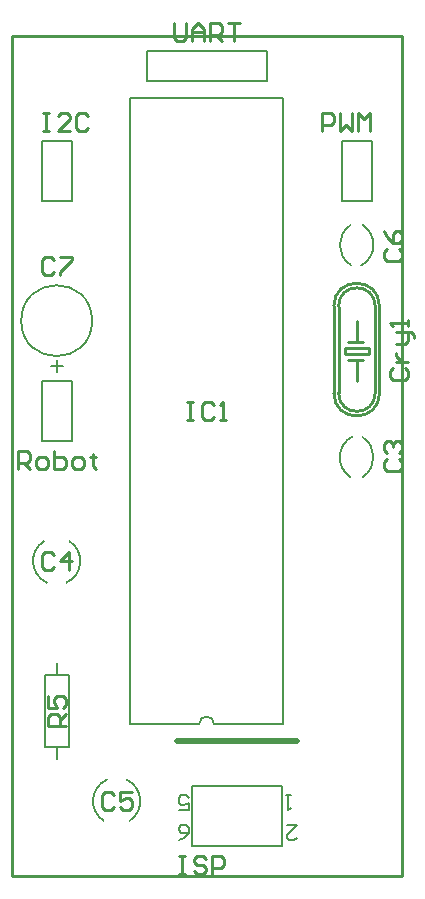
<source format=gto>
%FSLAX25Y25*%
%MOIN*%
G70*
G01*
G75*
G04 Layer_Color=65535*
%ADD10C,0.02000*%
%ADD11P,0.07577X8X202.5*%
G04:AMPARAMS|DCode=12|XSize=60mil|YSize=100mil|CornerRadius=0mil|HoleSize=0mil|Usage=FLASHONLY|Rotation=270.000|XOffset=0mil|YOffset=0mil|HoleType=Round|Shape=Octagon|*
%AMOCTAGOND12*
4,1,8,0.05000,0.01500,0.05000,-0.01500,0.03500,-0.03000,-0.03500,-0.03000,-0.05000,-0.01500,-0.05000,0.01500,-0.03500,0.03000,0.03500,0.03000,0.05000,0.01500,0.0*
%
%ADD12OCTAGOND12*%

%ADD13P,0.07577X8X112.5*%
G04:AMPARAMS|DCode=14|XSize=100mil|YSize=60mil|CornerRadius=0mil|HoleSize=0mil|Usage=FLASHONLY|Rotation=180.000|XOffset=0mil|YOffset=0mil|HoleType=Round|Shape=Octagon|*
%AMOCTAGOND14*
4,1,8,-0.05000,0.01500,-0.05000,-0.01500,-0.03500,-0.03000,0.03500,-0.03000,0.05000,-0.01500,0.05000,0.01500,0.03500,0.03000,-0.03500,0.03000,-0.05000,0.01500,0.0*
%
%ADD14OCTAGOND14*%

%ADD15C,0.19000*%
%ADD16C,0.08000*%
%ADD17C,0.00787*%
%ADD18C,0.01000*%
%ADD19C,0.00591*%
%ADD20C,0.00800*%
D10*
X870000Y300000D02*
X910000D01*
D17*
X833274Y352839D02*
G03*
X834232Y366640I-3274J7161D01*
G01*
X825768D02*
G03*
X826726Y352839I4232J-6640D01*
G01*
X882500Y305669D02*
G03*
X877500Y305669I-2500J0D01*
G01*
X841811Y440126D02*
G03*
X841811Y440126I-11811J0D01*
G01*
X928000Y472000D02*
G03*
X928098Y458659I4232J-6640D01*
G01*
X931500Y458500D02*
G03*
X931969Y472056I-3763J6917D01*
G01*
X932000Y388000D02*
G03*
X931902Y401341I-4232J6640D01*
G01*
X928500Y401500D02*
G03*
X928031Y387944I3763J-6917D01*
G01*
X846726Y287161D02*
G03*
X845768Y273360I3274J-7161D01*
G01*
X854232D02*
G03*
X853274Y287161I-4232J6640D01*
G01*
X860000Y520000D02*
Y530000D01*
X900000D01*
X860000Y520000D02*
X900000D01*
Y530000D01*
X925000Y480000D02*
Y500000D01*
Y480000D02*
X935000D01*
Y500000D01*
X925000D02*
X935000D01*
X825000Y480000D02*
Y500000D01*
Y480000D02*
X835000D01*
Y500000D01*
X825000D02*
X835000D01*
X882500Y305669D02*
X905394D01*
X854606D02*
X877500D01*
X854606Y514331D02*
X905394D01*
Y305669D02*
Y514331D01*
X854606Y305669D02*
Y514331D01*
X835000Y400000D02*
Y420000D01*
X825000D02*
X835000D01*
X825000Y400000D02*
Y420000D01*
Y400000D02*
X835000D01*
X830000Y322000D02*
Y326000D01*
Y294000D02*
Y298000D01*
X834000D02*
Y322000D01*
X826000D02*
X834000D01*
X826000Y298000D02*
Y322000D01*
Y298000D02*
X834000D01*
X875000Y285000D02*
X894167D01*
X875000D02*
X905000D01*
X875000Y265000D02*
X905000D01*
Y285000D01*
X875000Y265000D02*
Y285000D01*
D18*
X924000Y416000D02*
G03*
X936166Y416000I6083J0D01*
G01*
Y445000D02*
G03*
X924000Y445000I-6083J0D01*
G01*
X922384Y416000D02*
G03*
X937616Y416000I7616J0D01*
G01*
Y445000D02*
G03*
X922384Y445000I-7616J0D01*
G01*
X924000Y416000D02*
Y444662D01*
X936166Y416000D02*
Y445000D01*
X922384Y416000D02*
Y445000D01*
X937616Y416000D02*
Y445000D01*
X926000Y429000D02*
X934000D01*
Y431000D01*
X926000D02*
X934000D01*
X926000Y429000D02*
Y431000D01*
X927000Y427000D02*
X932000D01*
X927000Y433000D02*
X932000D01*
X930000Y420000D02*
Y427000D01*
Y433000D02*
Y440000D01*
X815000Y255000D02*
X945000D01*
Y535000D01*
X815000D02*
X945000D01*
X815000Y255000D02*
Y535000D01*
X940002Y393999D02*
X939002Y392999D01*
Y391000D01*
X940002Y390000D01*
X944000D01*
X945000Y391000D01*
Y392999D01*
X944000Y393999D01*
X940002Y395998D02*
X939002Y396998D01*
Y398997D01*
X940002Y399997D01*
X941001D01*
X942001Y398997D01*
Y397997D01*
Y398997D01*
X943001Y399997D01*
X944000D01*
X945000Y398997D01*
Y396998D01*
X944000Y395998D01*
X828999Y361998D02*
X827999Y362998D01*
X826000D01*
X825000Y361998D01*
Y358000D01*
X826000Y357000D01*
X827999D01*
X828999Y358000D01*
X833997Y357000D02*
Y362998D01*
X830998Y359999D01*
X834997D01*
X848999Y281998D02*
X847999Y282998D01*
X846000D01*
X845000Y281998D01*
Y278000D01*
X846000Y277000D01*
X847999D01*
X848999Y278000D01*
X854997Y282998D02*
X850998D01*
Y279999D01*
X852997Y280999D01*
X853997D01*
X854997Y279999D01*
Y278000D01*
X853997Y277000D01*
X851998D01*
X850998Y278000D01*
X940002Y463999D02*
X939002Y462999D01*
Y461000D01*
X940002Y460000D01*
X944000D01*
X945000Y461000D01*
Y462999D01*
X944000Y463999D01*
X939002Y469997D02*
X940002Y467997D01*
X942001Y465998D01*
X944000D01*
X945000Y466998D01*
Y468997D01*
X944000Y469997D01*
X943001D01*
X942001Y468997D01*
Y465998D01*
X828999Y460298D02*
X827999Y461298D01*
X826000D01*
X825000Y460298D01*
Y456300D01*
X826000Y455300D01*
X827999D01*
X828999Y456300D01*
X830998Y461298D02*
X834997D01*
Y460298D01*
X830998Y456300D01*
Y455300D01*
X942102Y424499D02*
X941102Y423499D01*
Y421500D01*
X942102Y420500D01*
X946100D01*
X947100Y421500D01*
Y423499D01*
X946100Y424499D01*
X943101Y426498D02*
X947100D01*
X945101D01*
X944101Y427498D01*
X943101Y428497D01*
Y429497D01*
Y432496D02*
X946100D01*
X947100Y433496D01*
Y436495D01*
X948100D01*
X949099Y435495D01*
Y434495D01*
X947100Y436495D02*
X943101D01*
X947100Y438494D02*
Y440493D01*
Y439494D01*
X941102D01*
X942102Y438494D01*
X825600Y509398D02*
X827599D01*
X826600D01*
Y503400D01*
X825600D01*
X827599D01*
X834597D02*
X830598D01*
X834597Y507399D01*
Y508398D01*
X833597Y509398D01*
X831598D01*
X830598Y508398D01*
X840595D02*
X839596Y509398D01*
X837596D01*
X836596Y508398D01*
Y504400D01*
X837596Y503400D01*
X839596D01*
X840595Y504400D01*
X873500Y412998D02*
X875499D01*
X874500D01*
Y407000D01*
X873500D01*
X875499D01*
X882497Y411998D02*
X881497Y412998D01*
X879498D01*
X878498Y411998D01*
Y408000D01*
X879498Y407000D01*
X881497D01*
X882497Y408000D01*
X884496Y407000D02*
X886496D01*
X885496D01*
Y412998D01*
X884496Y411998D01*
X870900Y261598D02*
X872899D01*
X871900D01*
Y255600D01*
X870900D01*
X872899D01*
X879897Y260598D02*
X878897Y261598D01*
X876898D01*
X875898Y260598D01*
Y259599D01*
X876898Y258599D01*
X878897D01*
X879897Y257599D01*
Y256600D01*
X878897Y255600D01*
X876898D01*
X875898Y256600D01*
X881896Y255600D02*
Y261598D01*
X884896D01*
X885895Y260598D01*
Y258599D01*
X884896Y257599D01*
X881896D01*
X918400Y503400D02*
Y509398D01*
X921399D01*
X922399Y508398D01*
Y506399D01*
X921399Y505399D01*
X918400D01*
X924398Y509398D02*
Y503400D01*
X926397Y505399D01*
X928397Y503400D01*
Y509398D01*
X930396Y503400D02*
Y509398D01*
X932395Y507399D01*
X934395Y509398D01*
Y503400D01*
X833000Y305000D02*
X827002D01*
Y307999D01*
X828002Y308999D01*
X830001D01*
X831001Y307999D01*
Y305000D01*
Y306999D02*
X833000Y308999D01*
X827002Y314997D02*
Y310998D01*
X830001D01*
X829001Y312997D01*
Y313997D01*
X830001Y314997D01*
X832000D01*
X833000Y313997D01*
Y311998D01*
X832000Y310998D01*
X817000Y390600D02*
Y396598D01*
X819999D01*
X820999Y395598D01*
Y393599D01*
X819999Y392599D01*
X817000D01*
X818999D02*
X820999Y390600D01*
X823998D02*
X825997D01*
X826997Y391600D01*
Y393599D01*
X825997Y394599D01*
X823998D01*
X822998Y393599D01*
Y391600D01*
X823998Y390600D01*
X828996Y396598D02*
Y390600D01*
X831995D01*
X832995Y391600D01*
Y392599D01*
Y393599D01*
X831995Y394599D01*
X828996D01*
X835994Y390600D02*
X837993D01*
X838993Y391600D01*
Y393599D01*
X837993Y394599D01*
X835994D01*
X834994Y393599D01*
Y391600D01*
X835994Y390600D01*
X841992Y395598D02*
Y394599D01*
X840992D01*
X842992D01*
X841992D01*
Y391600D01*
X842992Y390600D01*
X869000Y539398D02*
Y534400D01*
X870000Y533400D01*
X871999D01*
X872999Y534400D01*
Y539398D01*
X874998Y533400D02*
Y537399D01*
X876997Y539398D01*
X878997Y537399D01*
Y533400D01*
Y536399D01*
X874998D01*
X880996Y533400D02*
Y539398D01*
X883995D01*
X884995Y538398D01*
Y536399D01*
X883995Y535399D01*
X880996D01*
X882996D02*
X884995Y533400D01*
X886994Y539398D02*
X890993D01*
X888993D01*
Y533400D01*
D19*
X830048Y423000D02*
Y426936D01*
X828080Y424968D02*
X832016D01*
D20*
X908000Y282000D02*
X906334D01*
X907167D01*
Y277002D01*
X908000Y277835D01*
X906668Y272000D02*
X910000D01*
X906668Y268668D01*
Y267835D01*
X907501Y267002D01*
X909167D01*
X910000Y267835D01*
X870668Y277002D02*
X874000D01*
Y279501D01*
X872334Y278668D01*
X871501D01*
X870668Y279501D01*
Y281167D01*
X871501Y282000D01*
X873167D01*
X874000Y281167D01*
X870668Y267002D02*
X872334Y267835D01*
X874000Y269501D01*
Y271167D01*
X873167Y272000D01*
X871501D01*
X870668Y271167D01*
Y270334D01*
X871501Y269501D01*
X874000D01*
M02*

</source>
